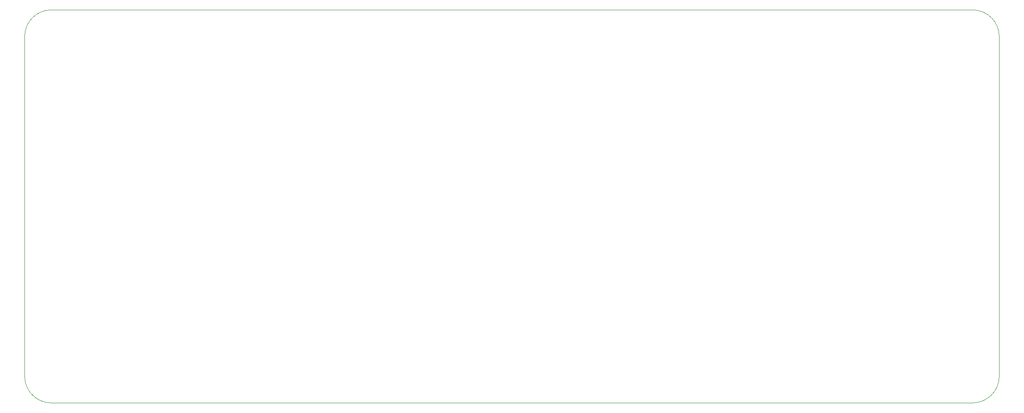
<source format=gbr>
%TF.GenerationSoftware,KiCad,Pcbnew,7.0.2-0*%
%TF.CreationDate,2023-09-13T20:52:31-05:00*%
%TF.ProjectId,CowPi-mk4a,436f7750-692d-46d6-9b34-612e6b696361,mk4a*%
%TF.SameCoordinates,Original*%
%TF.FileFunction,Profile,NP*%
%FSLAX46Y46*%
G04 Gerber Fmt 4.6, Leading zero omitted, Abs format (unit mm)*
G04 Created by KiCad (PCBNEW 7.0.2-0) date 2023-09-13 20:52:31*
%MOMM*%
%LPD*%
G01*
G04 APERTURE LIST*
%TA.AperFunction,Profile*%
%ADD10C,0.100000*%
%TD*%
G04 APERTURE END LIST*
D10*
X230800656Y-63442701D02*
X230800656Y-128212701D01*
X230800699Y-63442701D02*
G75*
G03*
X225720656Y-58362701I-5079999J1D01*
G01*
X50460656Y-133292701D02*
X225720656Y-133292701D01*
X45380656Y-63442701D02*
X45380656Y-128212701D01*
X45380659Y-128212701D02*
G75*
G03*
X50460656Y-133292701I5080001J1D01*
G01*
X225720656Y-133292656D02*
G75*
G03*
X230800656Y-128212701I44J5079956D01*
G01*
X225720656Y-58362701D02*
X50460656Y-58362701D01*
X50460656Y-58362696D02*
G75*
G03*
X45380656Y-63442701I4J-5080004D01*
G01*
M02*

</source>
